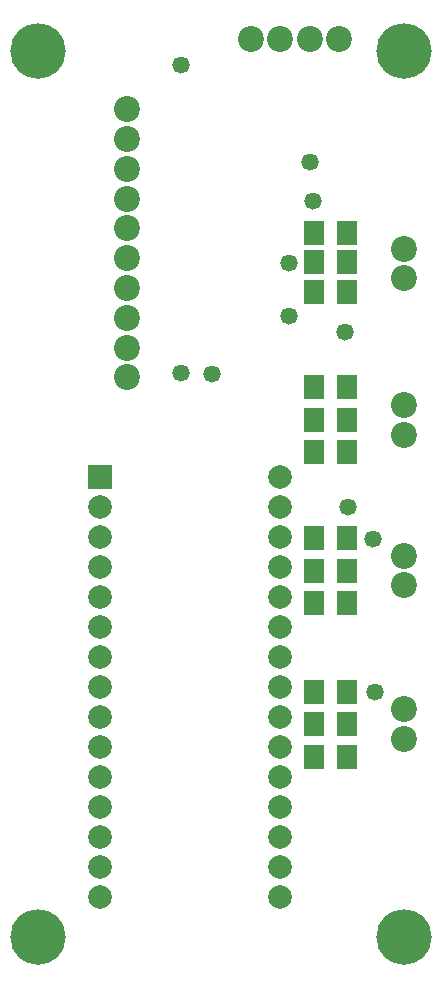
<source format=gts>
G04*
G04 #@! TF.GenerationSoftware,Altium Limited,Altium Designer,18.0.9 (584)*
G04*
G04 Layer_Color=8388736*
%FSLAX42Y42*%
%MOMM*%
G71*
G01*
G75*
%ADD14R,1.80X2.00*%
%ADD15C,2.20*%
%ADD16C,2.00*%
%ADD17R,2.00X2.00*%
%ADD18C,1.47*%
%ADD19C,4.70*%
D14*
X2867Y1775D02*
D03*
X2587D02*
D03*
X2585Y2050D02*
D03*
X2865D02*
D03*
X2585Y2325D02*
D03*
X2865D02*
D03*
Y3075D02*
D03*
X2585D02*
D03*
Y3350D02*
D03*
X2865D02*
D03*
X2585Y3625D02*
D03*
X2865D02*
D03*
Y4350D02*
D03*
X2585D02*
D03*
Y4625D02*
D03*
X2865D02*
D03*
X2583Y4900D02*
D03*
X2863D02*
D03*
X2860Y5710D02*
D03*
X2580D02*
D03*
Y5960D02*
D03*
X2860D02*
D03*
X2580Y6210D02*
D03*
X2860D02*
D03*
D15*
X2550Y7850D02*
D03*
X2050D02*
D03*
X2300D02*
D03*
X2800D02*
D03*
X3350Y4500D02*
D03*
Y4750D02*
D03*
Y3225D02*
D03*
Y3475D02*
D03*
Y1925D02*
D03*
Y2175D02*
D03*
Y5825D02*
D03*
Y6075D02*
D03*
X1000Y7005D02*
D03*
Y7258D02*
D03*
Y5995D02*
D03*
Y6248D02*
D03*
Y6753D02*
D03*
Y6500D02*
D03*
Y5490D02*
D03*
Y5743D02*
D03*
Y5238D02*
D03*
Y4985D02*
D03*
D16*
X776Y588D02*
D03*
Y1096D02*
D03*
Y842D02*
D03*
Y1604D02*
D03*
Y1350D02*
D03*
Y2112D02*
D03*
Y1858D02*
D03*
Y2620D02*
D03*
Y2366D02*
D03*
Y3128D02*
D03*
Y2874D02*
D03*
Y3382D02*
D03*
Y3636D02*
D03*
Y3890D02*
D03*
X2300Y588D02*
D03*
Y842D02*
D03*
Y1096D02*
D03*
Y1350D02*
D03*
Y1604D02*
D03*
Y1858D02*
D03*
Y2112D02*
D03*
Y2366D02*
D03*
Y2620D02*
D03*
Y2874D02*
D03*
Y3128D02*
D03*
Y3382D02*
D03*
Y3636D02*
D03*
Y3890D02*
D03*
Y4144D02*
D03*
D17*
X776D02*
D03*
D18*
X2550Y6810D02*
D03*
X2575Y6480D02*
D03*
X1460Y7630D02*
D03*
Y5020D02*
D03*
X1720Y5010D02*
D03*
X2373Y5505D02*
D03*
Y5955D02*
D03*
X2850Y5370D02*
D03*
X2870Y3890D02*
D03*
X3080Y3620D02*
D03*
X3100Y2325D02*
D03*
D19*
X3350Y250D02*
D03*
X250Y7750D02*
D03*
X3350D02*
D03*
X250Y250D02*
D03*
M02*

</source>
